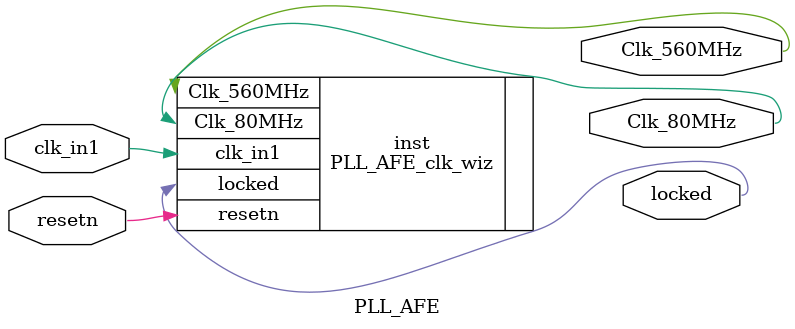
<source format=v>


`timescale 1ps/1ps

(* CORE_GENERATION_INFO = "PLL_AFE,clk_wiz_v6_0_12_0_0,{component_name=PLL_AFE,use_phase_alignment=true,use_min_o_jitter=false,use_max_i_jitter=false,use_dyn_phase_shift=false,use_inclk_switchover=false,use_dyn_reconfig=false,enable_axi=0,feedback_source=FDBK_AUTO,PRIMITIVE=MMCM,num_out_clk=2,clkin1_period=6.250,clkin2_period=10.000,use_power_down=false,use_reset=true,use_locked=true,use_inclk_stopped=false,feedback_type=SINGLE,CLOCK_MGR_TYPE=NA,manual_override=false}" *)

module PLL_AFE 
 (
  // Clock out ports
  output        Clk_560MHz,
  output        Clk_80MHz,
  // Status and control signals
  input         resetn,
  output        locked,
 // Clock in ports
  input         clk_in1
 );

  PLL_AFE_clk_wiz inst
  (
  // Clock out ports  
  .Clk_560MHz(Clk_560MHz),
  .Clk_80MHz(Clk_80MHz),
  // Status and control signals               
  .resetn(resetn), 
  .locked(locked),
 // Clock in ports
  .clk_in1(clk_in1)
  );

endmodule

</source>
